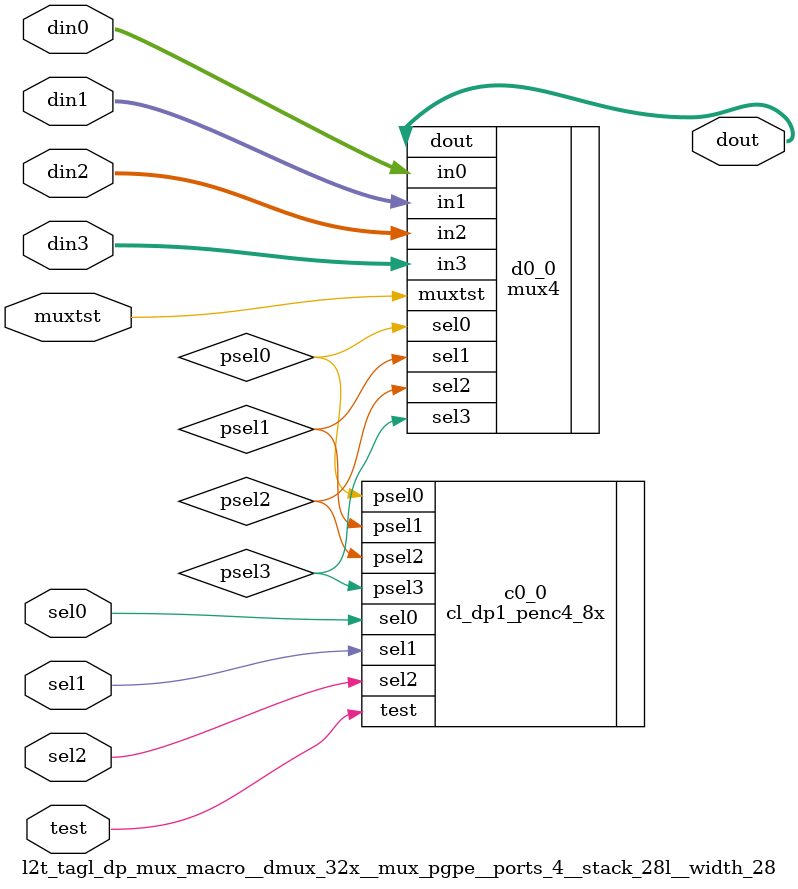
<source format=v>
`define ADDR_MAP_HI      39
`define ADDR_MAP_LO      32
`define IO_ADDR_BIT      39

`define DRAM_DATA_LO     8'h00
`define DRAM_DATA_HI     8'h7f

// IOP space
`define JBUS1            8'h80
`define HASH_TBL_NRAM_CSR 8'h81
`define RESERVED_1       8'h82
`define ENET_MAC_CSR     8'h83
`define ENET_ING_CSR     8'h84
`define ENET_EGR_CMD_CSR 8'h85
`define ENET_EGR_DP_CSR  8'h86
`define RESERVED_2_LO    8'h87
`define RESERVED_2_HI    8'h92
`define BSC_CSR          8'h93
`define RESERVED_3       8'h94
`define RAND_GEN_CSR     8'h95
`define CLOCK_UNIT_CSR   8'h96
`define DRAM_CSR         8'h97
`define IOB_MAN_CSR      8'h98
`define TAP_CSR          8'h99
`define RESERVED_4_L0    8'h9a
`define RESERVED_4_HI    8'h9d
`define CPU_ASI          8'h9e
`define IOB_INT_CSR      8'h9f

// L2 space
`define L2C_CSR_LO       8'ha0
`define L2C_CSR_HI       8'hbf

// More IOP space
`define JBUS2_LO         8'hc0
`define JBUS2_HI         8'hfe
`define SPI_CSR          8'hff


//Cache Crossbar Width and Field Defines
//======================================
`define	PCX_WIDTH	130  //PCX payload packet width , BS and SR 11/12/03 N2 Xbar Packet format change
`define	PCX_WIDTH_LESS1	129  //PCX payload packet width , BS and SR 11/12/03 N2 Xbar Packet format change
`define	CPX_WIDTH	146  //CPX payload packet width, BS and SR 11/12/03 N2 Xbar Packet format change
`define	CPX_WIDTH_LESS1	145  //CPX payload packet width, BS and SR 11/12/03 N2 Xbar Packet format change
`define	CPX_WIDTH11	134 
`define	CPX_WIDTH11c	134c
`define	CPX_WIDTHc	146c  //CPX payload packet width , BS and SR 11/12/03 N2 Xbar Packet format change

`define PCX_VLD         123  //PCX packet valid 
`define PCX_RQ_HI       122  //PCX request type field 
`define PCX_RQ_LO       118
`define PCX_NC          117  //PCX non-cacheable bit
`define PCX_R           117  //PCX read/!write bit 
`define PCX_CP_HI       116  //PCX cpu_id field
`define PCX_CP_LO       114
`define PCX_TH_HI       113  //PCX Thread field
`define PCX_TH_LO       112
`define PCX_BF_HI       111  //PCX buffer id field
`define PCX_INVALL      111
`define PCX_BF_LO       109
`define PCX_WY_HI       108  //PCX replaced L1 way field
`define PCX_WY_LO       107
`define PCX_P_HI        108  //PCX packet ID, 1st STQ - 10, 2nd - 01
`define PCX_P_LO        107
`define PCX_SZ_HI       106  //PCX load/store size field
`define PCX_SZ_LO       104
`define PCX_ERR_HI      106  //PCX error field
`define PCX_ERR_LO      104
`define PCX_AD_HI       103  //PCX address field
`define PCX_AD_LO        64
`define PCX_DA_HI        63  //PCX Store data
`define PCX_DA_LO         0  

`define PCX_SZ_1B    3'b000  // encoding for 1B access
`define PCX_SZ_2B    3'b001  // encoding for 2B access
`define PCX_SZ_4B    3'b010  // encoding for 4B access
`define PCX_SZ_8B    3'b011  // encoding for 8B access
`define PCX_SZ_16B   3'b100  // encoding for 16B access

`define CPX_VLD         145  //CPX payload packet valid

`define CPX_RQ_HI       144  //CPX Request type
`define CPX_RQ_LO       141
`define CPX_L2MISS      140
`define CPX_ERR_HI      140  //CPX error field
`define CPX_ERR_LO      138
`define CPX_NC          137  //CPX non-cacheable
`define CPX_R           137  //CPX read/!write bit
`define CPX_TH_HI       136  //CPX thread ID field 
`define CPX_TH_LO       134

//bits 133:128 are shared by different fields
//for different packet types.

`define CPX_IN_HI       133  //CPX Interrupt source 
`define CPX_IN_LO       128  

`define CPX_WYVLD       133  //CPX replaced way valid
`define CPX_WY_HI       132  //CPX replaced I$/D$ way
`define CPX_WY_LO       131
`define CPX_BF_HI       130  //CPX buffer ID field - 3 bits
`define CPX_BF_LO       128

`define CPX_SI_HI       132  //L1 set ID - PA[10:6]- 5 bits
`define CPX_SI_LO       128  //used for invalidates

`define CPX_P_HI        131  //CPX packet ID, 1st STQ - 10, 2nd - 01 
`define CPX_P_LO        130

`define CPX_ASI         130  //CPX forward request to ASI
`define CPX_IF4B        130
`define CPX_IINV        124
`define CPX_DINV        123
`define CPX_INVPA5      122
`define CPX_INVPA4      121
`define CPX_CPUID_HI    120
`define CPX_CPUID_LO    118
`define CPX_INV_PA_HI   116
`define CPX_INV_PA_LO   112
`define CPX_INV_IDX_HI   117
`define CPX_INV_IDX_LO   112

`define CPX_DA_HI       127  //CPX data payload
`define CPX_DA_LO         0

`define	LOAD_RQ		5'b00000
`define MMU_RQ          5'b01000 // BS and SR 11/12/03 N2 Xbar Packet format change
`define	IMISS_RQ	5'b10000
`define	STORE_RQ	5'b00001
`define	CAS1_RQ		5'b00010
`define	CAS2_RQ		5'b00011
`define	SWAP_RQ		5'b00111 
`define	STRLOAD_RQ	5'b00100
`define	STRST_RQ	5'b00101
`define STQ_RQ          5'b00111
`define INT_RQ          5'b01001
`define FWD_RQ          5'b01101
`define FWD_RPY         5'b01110
`define RSVD_RQ         5'b11111

`define LOAD_RET        4'b0000
`define INV_RET         4'b0011
`define ST_ACK          4'b0100
`define AT_ACK          4'b0011
`define INT_RET         4'b0111
`define TEST_RET        4'b0101
`define FP_RET          4'b1000
`define IFILL_RET       4'b0001
`define	EVICT_REQ	4'b0011
//`define INVAL_ACK       4'b1000
`define INVAL_ACK       4'b0100
`define	ERR_RET		4'b1100
`define STRLOAD_RET     4'b0010
`define STRST_ACK       4'b0110
`define FWD_RQ_RET      4'b1010
`define FWD_RPY_RET     4'b1011
`define RSVD_RET        4'b1111

//End cache crossbar defines


// Number of COS supported by EECU 
`define EECU_COS_NUM  	  2


// 
// BSC bus sizes
// =============
//

// General
`define BSC_ADDRESS      40
`define MAX_XFER_LEN     7'b0
`define XFER_LEN_WIDTH   6

// CTags
`define BSC_CTAG_SZ      12
`define EICU_CTAG_PRE    5'b11101
`define EICU_CTAG_REM    7
`define EIPU_CTAG_PRE    3'b011
`define EIPU_CTAG_REM    9
`define EECU_CTAG_PRE    8'b11010000
`define EECU_CTAG_REM    4
`define EEPU_CTAG_PRE    6'b010000
`define EEPU_CTAG_REM    6
`define L2C_CTAG_PRE     2'b00
`define L2C_CTAG_REM     10
`define JBI_CTAG_PRE     2'b10
`define JBI_CTAG_REM     10
// reinstated temporarily
`define PCI_CTAG_PRE     7'b1101100
`define PCI_CTAG_REM     5


// CoS
`define EICU_COS         1'b0
`define EIPU_COS         1'b1
`define EECU_COS         1'b0
`define EEPU_COS         1'b1
`define PCI_COS          1'b0

// L2$ Bank
`define BSC_L2_BNK_HI    8
`define BSC_L2_BNK_LO    6

// L2$ Req
`define BSC_L2_REQ_SZ   62
`define BSC_L2_REQ	`BSC_L2_REQ_SZ	// used by rams in L2 code
`define BSC_L2_BUS      64
`define BSC_L2_CTAG_HI  61
`define BSC_L2_CTAG_LO  50
`define BSC_L2_ADD_HI   49
`define BSC_L2_ADD_LO   10
`define BSC_L2_LEN_HI    9
`define BSC_L2_LEN_LO    3
`define BSC_L2_ALLOC     2
`define BSC_L2_COS       1
`define BSC_L2_READ      0   

// L2$ Ack
`define L2_BSC_ACK_SZ   16
`define L2_BSC_BUS      64
`define L2_BSC_CBA_HI   14    // CBA - Critical Byte Address
`define L2_BSC_CBA_LO   13
`define L2_BSC_READ     12
`define L2_BSC_CTAG_HI  11
`define L2_BSC_CTAG_LO   0

// Enet Egress Command Unit
`define EECU_REQ_BUS    44
`define EECU_REQ_SZ     44
`define EECU_R_QID_HI   43
`define EECU_R_QID_LO   40
`define EECU_R_ADD_HI   39
`define EECU_R_ADD_LO    0

`define EECU_ACK_BUS    64
`define EECU_ACK_SZ      5
`define EECU_A_NACK      4
`define EECU_A_QID_HI    3
`define EECU_A_QID_LO    0


// Enet Egress Packet Unit
`define EEPU_REQ_BUS    55
`define EEPU_REQ_SZ     55
`define EEPU_R_TLEN_HI  54
`define EEPU_R_TLEN_LO  48
`define EEPU_R_SOF      47
`define EEPU_R_EOF      46
`define EEPU_R_PORT_HI  45
`define EEPU_R_PORT_LO  44
`define EEPU_R_QID_HI   43
`define EEPU_R_QID_LO   40
`define EEPU_R_ADD_HI   39
`define EEPU_R_ADD_LO    0

// This is cleaved in between Egress Datapath Ack's
`define EEPU_ACK_BUS     6
`define EEPU_ACK_SZ      6
`define EEPU_A_EOF       5
`define EEPU_A_NACK      4
`define EEPU_A_QID_HI    3
`define EEPU_A_QID_LO    0


// Enet Egress Datapath
`define EEDP_ACK_BUS   128
`define EEDP_ACK_SZ     28
`define EEDP_A_NACK     27
`define EEDP_A_QID_HI   26
`define EEDP_A_QID_LO   21
`define EEDP_A_SOF      20
`define EEDP_A_EOF      19
`define EEDP_A_LEN_HI   18
`define EEDP_A_LEN_LO   12
`define EEDP_A_TAG_HI   11
`define EEDP_A_TAG_LO    0
`define EEDP_A_PORT_HI   5
`define EEDP_A_PORT_LO   4
`define EEDP_A_PORT_WIDTH 2


// In-Order / Ordered Queue: EEPU
// Tag is: TLEN, SOF, EOF, QID = 15
`define EEPU_TAG_ARY     (7+1+1+6)
`define EEPU_ENTRIES     16
`define EEPU_E_IDX        4
`define EEPU_PORTS        4
`define EEPU_P_IDX        2

// Nack + Tag Info + CTag
`define IOQ_TAG_ARY      (1+`EEPU_TAG_ARY+12)
`define EEPU_TAG_LOC     (`EEPU_P_IDX+`EEPU_E_IDX)


// ENET Ingress Queue Management Req
`define EICU_REQ_BUS     64 
`define EICU_REQ_SZ      62
`define EICU_R_CTAG_HI   61
`define EICU_R_CTAG_LO   50
`define EICU_R_ADD_HI    49
`define EICU_R_ADD_LO    10
`define EICU_R_LEN_HI     9
`define EICU_R_LEN_LO     3
`define EICU_R_COS        1
`define EICU_R_READ       0   


// ENET Ingress Queue Management Ack
`define EICU_ACK_BUS     64
`define EICU_ACK_SZ      14
`define EICU_A_NACK      13
`define EICU_A_READ      12
`define EICU_A_CTAG_HI   11
`define EICU_A_CTAG_LO    0


// Enet Ingress Packet Unit
`define EIPU_REQ_BUS    128 
`define EIPU_REQ_SZ      59
`define EIPU_R_CTAG_HI   58
`define EIPU_R_CTAG_LO   50
`define EIPU_R_ADD_HI    49
`define EIPU_R_ADD_LO    10
`define EIPU_R_LEN_HI     9
`define EIPU_R_LEN_LO     3
`define EIPU_R_COS        1
`define EIPU_R_READ       0   


// ENET Ingress Packet Unit Ack
`define EIPU_ACK_BUS      10
`define EIPU_ACK_SZ       10
`define EIPU_A_NACK       9
`define EIPU_A_CTAG_HI    8
`define EIPU_A_CTAG_LO    0


// In-Order / Ordered Queue: PCI
// Tag is: CTAG
`define PCI_TAG_ARY     12
`define PCI_ENTRIES     16
`define PCI_E_IDX        4
`define PCI_PORTS        2

// PCI-X Request
`define PCI_REQ_BUS      64
`define PCI_REQ_SZ       62
`define PCI_R_CTAG_HI    61
`define PCI_R_CTAG_LO    50
`define PCI_R_ADD_HI     49
`define PCI_R_ADD_LO     10
`define PCI_R_LEN_HI      9
`define PCI_R_LEN_LO      3
`define PCI_R_COS         1
`define PCI_R_READ        0

// PCI_X Acknowledge
`define PCI_ACK_BUS      64
`define PCI_ACK_SZ       14
`define PCI_A_NACK       13
`define PCI_A_READ       12 
`define PCI_A_CTAG_HI    11
`define PCI_A_CTAG_LO     0


`define BSC_MAX_REQ_SZ   62


//
// BSC array sizes
//================
//
`define BSC_REQ_ARY_INDEX        6
`define BSC_REQ_ARY_DEPTH       64
`define BSC_REQ_ARY_WIDTH       62
`define BSC_REQ_NXT_WIDTH       12
`define BSC_ACK_ARY_INDEX        6
`define BSC_ACK_ARY_DEPTH       64
`define BSC_ACK_ARY_WIDTH       14
`define BSC_ACK_NXT_WIDTH       12
`define BSC_PAY_ARY_INDEX        6
`define BSC_PAY_ARY_DEPTH       64
`define BSC_PAY_ARY_WIDTH      256

// ECC syndrome bits per memory element
`define BSC_PAY_ECC             10
`define BSC_PAY_MEM_WIDTH       (`BSC_PAY_ECC+`BSC_PAY_ARY_WIDTH)


//
// BSC Port Definitions
// ====================
//
// Bits 7 to 4 of curr_port_id
`define BSC_PORT_NULL       4'h0
`define BSC_PORT_SC         4'h1
`define BSC_PORT_EICU       4'h2
`define BSC_PORT_EIPU       4'h3
`define BSC_PORT_EECU       4'h4
`define BSC_PORT_EEPU       4'h8
`define BSC_PORT_PCI        4'h9

// Number of ports of each type
`define BSC_PORT_SC_CNT     8

// Bits needed to represent above
`define BSC_PORT_SC_IDX     3

// How wide the linked list pointers are
// 60b for no payload (2CoS)
// 80b for payload (2CoS)

//`define BSC_OBJ_PTR   80
//`define BSC_HD1_HI    69
//`define BSC_HD1_LO    60
//`define BSC_TL1_HI    59
//`define BSC_TL1_LO    50
//`define BSC_CT1_HI    49
//`define BSC_CT1_LO    40
//`define BSC_HD0_HI    29
//`define BSC_HD0_LO    20
//`define BSC_TL0_HI    19
//`define BSC_TL0_LO    10
//`define BSC_CT0_HI     9
//`define BSC_CT0_LO     0

`define BSC_OBJP_PTR  48
`define BSC_PYP1_HI   47
`define BSC_PYP1_LO   42
`define BSC_HDP1_HI   41
`define BSC_HDP1_LO   36
`define BSC_TLP1_HI   35
`define BSC_TLP1_LO   30
`define BSC_CTP1_HI   29
`define BSC_CTP1_LO   24
`define BSC_PYP0_HI   23
`define BSC_PYP0_LO   18
`define BSC_HDP0_HI   17
`define BSC_HDP0_LO   12
`define BSC_TLP0_HI   11
`define BSC_TLP0_LO    6
`define BSC_CTP0_HI    5
`define BSC_CTP0_LO    0

`define BSC_PTR_WIDTH     192
`define BSC_PTR_REQ_HI    191
`define BSC_PTR_REQ_LO    144
`define BSC_PTR_REQP_HI   143
`define BSC_PTR_REQP_LO    96
`define BSC_PTR_ACK_HI     95
`define BSC_PTR_ACK_LO     48
`define BSC_PTR_ACKP_HI    47
`define BSC_PTR_ACKP_LO     0

`define BSC_PORT_SC_PTR    96       // R, R+P
`define BSC_PORT_EECU_PTR  48       // A+P
`define BSC_PORT_EICU_PTR  96       // A, A+P
`define BSC_PORT_EIPU_PTR  48       // A

// I2C STATES in DRAMctl
`define I2C_CMD_NOP   4'b0000
`define I2C_CMD_START 4'b0001
`define I2C_CMD_STOP  4'b0010
`define I2C_CMD_WRITE 4'b0100
`define I2C_CMD_READ  4'b1000


//
// IOB defines
// ===========
//
`define IOB_ADDR_WIDTH       40
`define IOB_LOCAL_ADDR_WIDTH 32

`define IOB_CPU_INDEX         3
`define IOB_CPU_WIDTH         8
`define IOB_THR_INDEX         2
`define IOB_THR_WIDTH         4
`define IOB_CPUTHR_INDEX      5
`define IOB_CPUTHR_WIDTH     32

`define IOB_MONDO_DATA_INDEX  5
`define IOB_MONDO_DATA_DEPTH 32
`define IOB_MONDO_DATA_WIDTH 64
`define IOB_MONDO_SRC_WIDTH   5
`define IOB_MONDO_BUSY        5

`define IOB_INT_TAB_INDEX     6
`define IOB_INT_TAB_DEPTH    64 

`define IOB_INT_STAT_WIDTH   32
`define IOB_INT_STAT_HI      31
`define IOB_INT_STAT_LO       0

`define IOB_INT_VEC_WIDTH     6
`define IOB_INT_VEC_HI        5
`define IOB_INT_VEC_LO        0

`define IOB_INT_CPU_WIDTH     5
`define IOB_INT_CPU_HI       12 
`define IOB_INT_CPU_LO        8

`define IOB_INT_MASK          2
`define IOB_INT_CLEAR         1
`define IOB_INT_PEND          0

`define IOB_DISP_TYPE_HI     17
`define IOB_DISP_TYPE_LO     16
`define IOB_DISP_THR_HI      12
`define IOB_DISP_THR_LO       8
`define IOB_DISP_VEC_HI       5
`define IOB_DISP_VEC_LO       0

`define IOB_JBI_RESET         1
`define IOB_ENET_RESET        0

`define IOB_RESET_STAT_WIDTH  3
`define IOB_RESET_STAT_HI     3
`define IOB_RESET_STAT_LO     1

`define IOB_SERNUM_WIDTH     64

`define IOB_FUSE_WIDTH       22

`define IOB_TMSTAT_THERM     63

`define IOB_POR_TT            6'b01  // power-on-reset trap type

`define IOB_CPU_BUF_INDEX     4

`define IOB_INT_BUF_INDEX     4  
`define IOB_INT_BUF_WIDTH   153  // interrupt table read result buffer width

`define IOB_IO_BUF_INDEX      4
`define IOB_IO_BUF_WIDTH    153  // io-2-cpu return buffer width

`define IOB_L2_VIS_BUF_INDEX  5
`define IOB_L2_VIS_BUF_WIDTH 48  // l2 visibility buffer width

`define IOB_INT_AVEC_WIDTH   16  // availibility vector width
`define IOB_ACK_AVEC_WIDTH   16  // availibility vector width 

// fixme - double check address mapping
// CREG in `IOB_INT_CSR space
`define IOB_DEV_ADDR_MASK    32'hfffffe07
`define IOB_CREG_INTSTAT     32'h00000000
`define IOB_CREG_MDATA0      32'h00000400
`define IOB_CREG_MDATA1      32'h00000500
`define IOB_CREG_MBUSY       32'h00000900
`define IOB_THR_ADDR_MASK    32'hffffff07
`define IOB_CREG_MDATA0_ALIAS 32'h00000600
`define IOB_CREG_MDATA1_ALIAS 32'h00000700
`define IOB_CREG_MBUSY_ALIAS  32'h00000b00

// CREG in `IOB_MAN_CSR space
`define IOB_CREG_INTMAN      32'h00000000
`define IOB_CREG_INTCTL      32'h00000400
`define IOB_CREG_INTVECDISP  32'h00000800
`define IOB_CREG_RESETSTAT   32'h00000810
`define IOB_CREG_SERNUM      32'h00000820
`define IOB_CREG_TMSTATCTRL  32'h00000828
`define IOB_CREG_COREAVAIL   32'h00000830
`define IOB_CREG_SSYSRESET   32'h00000838
`define IOB_CREG_FUSESTAT    32'h00000840
`define IOB_CREG_JINTV       32'h00000a00

`define IOB_CREG_DBG_L2VIS_CTRL    32'h00001800 
`define IOB_CREG_DBG_L2VIS_MASKA   32'h00001820 
`define IOB_CREG_DBG_L2VIS_MASKB   32'h00001828 
`define IOB_CREG_DBG_L2VIS_CMPA    32'h00001830
`define IOB_CREG_DBG_L2VIS_CMPB    32'h00001838
`define IOB_CREG_DBG_L2VIS_TRIG    32'h00001840
`define IOB_CREG_DBG_IOBVIS_CTRL   32'h00001000
`define IOB_CREG_DBG_ENET_CTRL     32'h00002000
`define IOB_CREG_DBG_ENET_IDLEVAL  32'h00002008
`define IOB_CREG_DBG_JBUS_CTRL     32'h00002100
`define IOB_CREG_DBG_JBUS_LO_MASK0 32'h00002140
`define IOB_CREG_DBG_JBUS_LO_MASK1 32'h00002160
`define IOB_CREG_DBG_JBUS_LO_CMP0  32'h00002148
`define IOB_CREG_DBG_JBUS_LO_CMP1  32'h00002168
`define IOB_CREG_DBG_JBUS_LO_CNT0  32'h00002150
`define IOB_CREG_DBG_JBUS_LO_CNT1  32'h00002170
`define IOB_CREG_DBG_JBUS_HI_MASK0 32'h00002180
`define IOB_CREG_DBG_JBUS_HI_MASK1 32'h000021a0
`define IOB_CREG_DBG_JBUS_HI_CMP0  32'h00002188
`define IOB_CREG_DBG_JBUS_HI_CMP1  32'h000021a8
`define IOB_CREG_DBG_JBUS_HI_CNT0  32'h00002190
`define IOB_CREG_DBG_JBUS_HI_CNT1  32'h000021b0

`define IOB_CREG_TESTSTUB    32'h80000000

// Address map for TAP access of SPARC ASI
`define IOB_ASI_PC            4'b0000
`define IOB_ASI_BIST          4'b0001
`define IOB_ASI_MARGIN        4'b0010
`define IOB_ASI_DEFEATURE     4'b0011
`define IOB_ASI_L1DD          4'b0100
`define IOB_ASI_L1ID          4'b0101
`define IOB_ASI_L1DT          4'b0110

`define IOB_INT               2'b00
`define IOB_RESET             2'b01
`define IOB_IDLE              2'b10
`define IOB_RESUME            2'b11

//
// CIOP UCB Bus Width
// ==================
//
`define IOB_EECU_WIDTH       16  // ethernet egress command
`define EECU_IOB_WIDTH       16

`define IOB_NRAM_WIDTH       16  // NRAM (RLDRAM previously)
`define NRAM_IOB_WIDTH        4

`define IOB_JBI_WIDTH        16  // JBI
`define JBI_IOB_WIDTH        16 

`define IOB_ENET_ING_WIDTH   32  // ethernet ingress
`define ENET_ING_IOB_WIDTH    8

`define IOB_ENET_EGR_WIDTH    4  // ethernet egress
`define ENET_EGR_IOB_WIDTH    4

`define IOB_ENET_MAC_WIDTH    4  // ethernet MAC
`define ENET_MAC_IOB_WIDTH    4

`define IOB_DRAM_WIDTH        4  // DRAM controller
`define DRAM_IOB_WIDTH        4

`define IOB_BSC_WIDTH         4  // BSC
`define BSC_IOB_WIDTH         4

`define IOB_SPI_WIDTH         4  // SPI (Boot ROM)
`define SPI_IOB_WIDTH         4

`define IOB_CLK_WIDTH         4  // clk unit
`define CLK_IOB_WIDTH         4

`define IOB_CLSP_WIDTH        4  // clk spine unit
`define CLSP_IOB_WIDTH        4

`define IOB_TAP_WIDTH         8  // TAP
`define TAP_IOB_WIDTH         8


//
// CIOP UCB Buf ID Type
// ====================
//
`define UCB_BID_CMP          2'b00
`define UCB_BID_TAP          2'b01

//
// Interrupt Device ID
// ===================
//
// Caution: DUMMY_DEV_ID has to be 9 bit wide
//          for fields to line up properly in the IOB.
`define DUMMY_DEV_ID         9'h10   // 16
`define UNCOR_ECC_DEV_ID     7'd17   // 17

//
// Soft Error related definitions 
// ==============================
//
`define COR_ECC_CNT_WIDTH   16


//
// CMP clock
// =========
//

`define CMP_CLK_PERIOD   1333


//
// NRAM/IO Interface
// =================
//

`define DRAM_CLK_PERIOD  6000

`define NRAM_IO_DQ_WIDTH   32
`define IO_NRAM_DQ_WIDTH   32

`define NRAM_IO_ADDR_WIDTH 15
`define NRAM_IO_BA_WIDTH    2


//
// NRAM/ENET Interface
// ===================
//

`define NRAM_ENET_DATA_WIDTH 64
`define ENET_NRAM_ADDR_WIDTH 20

`define NRAM_DBG_DATA_WIDTH  40


//
// IO/FCRAM Interface
// ==================
//

`define FCRAM_DATA1_HI       63
`define FCRAM_DATA1_LO       32
`define FCRAM_DATA0_HI       31
`define FCRAM_DATA0_LO        0

//
// PCI Interface
// ==================
// Load/store size encodings
// -------------------------
// Size encoding
// 000 - byte
// 001 - half-word
// 010 - word
// 011 - double-word
// 100 - quad
`define LDST_SZ_BYTE        3'b000
`define LDST_SZ_HALF_WORD   3'b001
`define LDST_SZ_WORD        3'b010
`define LDST_SZ_DOUBLE_WORD 3'b011
`define LDST_SZ_QUAD        3'b100

//
// JBI<->SCTAG Interface
// =======================
// Outbound Header Format
`define JBI_BTU_OUT_ADDR_LO      0
`define JBI_BTU_OUT_ADDR_HI     42
`define JBI_BTU_OUT_RSV0_LO     43
`define JBI_BTU_OUT_RSV0_HI     43
`define JBI_BTU_OUT_TYPE_LO     44
`define JBI_BTU_OUT_TYPE_HI     48
`define JBI_BTU_OUT_RSV1_LO     49
`define JBI_BTU_OUT_RSV1_HI     51
`define JBI_BTU_OUT_REPLACE_LO  52
`define JBI_BTU_OUT_REPLACE_HI  56
`define JBI_BTU_OUT_RSV2_LO     57
`define JBI_BTU_OUT_RSV2_HI     59
`define JBI_BTU_OUT_BTU_ID_LO   60
`define JBI_BTU_OUT_BTU_ID_HI   71
`define JBI_BTU_OUT_DATA_RTN    72
`define JBI_BTU_OUT_RSV3_LO     73
`define JBI_BTU_OUT_RSV3_HI     75
`define JBI_BTU_OUT_CE          76
`define JBI_BTU_OUT_RSV4_LO     77
`define JBI_BTU_OUT_RSV4_HI     79
`define JBI_BTU_OUT_UE          80
`define JBI_BTU_OUT_RSV5_LO     81
`define JBI_BTU_OUT_RSV5_HI     83
`define JBI_BTU_OUT_DRAM        84
`define JBI_BTU_OUT_RSV6_LO     85
`define JBI_BTU_OUT_RSV6_HI    127

// Inbound Header Format
`define JBI_SCTAG_IN_ADDR_LO   0
`define JBI_SCTAG_IN_ADDR_HI  39
`define JBI_SCTAG_IN_SZ_LO    40
`define JBI_SCTAG_IN_SZ_HI    42
`define JBI_SCTAG_IN_RSV0     43
`define JBI_SCTAG_IN_TAG_LO   44
`define JBI_SCTAG_IN_TAG_HI   55
`define JBI_SCTAG_IN_REQ_LO   56
`define JBI_SCTAG_IN_REQ_HI   58
`define JBI_SCTAG_IN_POISON   59
`define JBI_SCTAG_IN_RSV1_LO  60
`define JBI_SCTAG_IN_RSV1_HI  63

`define JBI_SCTAG_REQ_WRI   3'b100
`define JBI_SCTAG_REQ_WR8   3'b010
`define JBI_SCTAG_REQ_RDD   3'b001
`define JBI_SCTAG_REQ_WRI_BIT 2
`define JBI_SCTAG_REQ_WR8_BIT 1
`define JBI_SCTAG_REQ_RDD_BIT 0

//
// JBI->IOB Mondo Header Format
// ============================
//
`define JBI_IOB_MONDO_RSV1_HI       15 // reserved 1
`define JBI_IOB_MONDO_RSV1_LO       13
`define JBI_IOB_MONDO_TRG_HI        12 // interrupt target
`define JBI_IOB_MONDO_TRG_LO         8 
`define JBI_IOB_MONDO_RSV0_HI        7 // reserved 0
`define JBI_IOB_MONDO_RSV0_LO        5
`define JBI_IOB_MONDO_SRC_HI         4 // interrupt source
`define JBI_IOB_MONDO_SRC_LO         0

`define JBI_IOB_MONDO_RSV1_WIDTH     3 
`define JBI_IOB_MONDO_TRG_WIDTH      5
`define JBI_IOB_MONDO_RSV0_WIDTH     3 
`define JBI_IOB_MONDO_SRC_WIDTH      5

// JBI->IOB Mondo Bus Width/Cycle
// ==============================
// Cycle  1 Header[15:8]
// Cycle  2 Header[ 7:0]
// Cycle  3 J_AD[127:120]
// Cycle  4 J_AD[119:112]
// .....
// Cycle 18 J_AD[  7:  0]
`define JBI_IOB_MONDO_BUS_WIDTH      8
`define JBI_IOB_MONDO_BUS_CYCLE     18 // 2 header + 16 data


 

`define	IQ_SIZE	8
`define	OQ_SIZE	12
`define	TAG_WIDTH	28
`define	TAG_WIDTH_LESS1	27
`define	TAG_WIDTHr	28r
`define	TAG_WIDTHc	28c
`define	TAG_WIDTH6	22
`define	TAG_WIDTH6r	22r
`define	TAG_WIDTH6c	22c


`define	MBD_WIDTH	106    // BS and SR 11/12/03 N2 Xbar Packet format change

// BS and SR 11/12/03 N2 Xbar Packet format change

`define	MBD_ECC_HI	105
`define	MBD_ECC_HI_PLUS1	106
`define	MBD_ECC_HI_PLUS5	110
`define	MBD_ECC_LO	100
`define	MBD_EVICT	99 
`define	MBD_DEP		98
`define	MBD_TECC	97
`define	MBD_ENTRY_HI	96
`define	MBD_ENTRY_LO	93

`define	MBD_POISON	92   
`define	MBD_RDMA_HI	91
`define	MBD_RDMA_LO	90
`define	MBD_RQ_HI	89
`define	MBD_RQ_LO	85
`define	MBD_NC		84
`define	MBD_RSVD	83
`define	MBD_CP_HI	82
`define	MBD_CP_LO	80
`define	MBD_TH_HI	79
`define	MBD_TH_LO	77
`define	MBD_BF_HI	76
`define	MBD_BF_LO	74
`define	MBD_WY_HI	73
`define	MBD_WY_LO	72
`define	MBD_SZ_HI	71
`define	MBD_SZ_LO	64
`define	MBD_DATA_HI	63
`define	MBD_DATA_LO	0

// BS and SR 11/12/03 N2 Xbar Packet format change
`define	L2_FBF		40
`define	L2_MBF		39
`define	L2_SNP		38
`define	L2_CTRUE	37
`define	L2_EVICT  	36
`define	L2_DEP		35
`define	L2_TECC		34
`define	L2_ENTRY_HI	33
`define	L2_ENTRY_LO	29

`define	L2_POISON	28
`define	L2_RDMA_HI	27
`define	L2_RDMA_LO	26
// BS and SR 11/12/03 N2 Xbar Packet format change , maps to bits [128:104] of PCXS packet , ther than RSVD bit
`define	L2_RQTYP_HI	25
`define	L2_RQTYP_LO	21
`define	L2_NC		20
`define	L2_RSVD		19
`define	L2_CPUID_HI	18
`define	L2_CPUID_LO	16
`define	L2_TID_HI	15	
`define	L2_TID_LO	13	
`define	L2_BUFID_HI     12	
`define	L2_BUFID_LO	10	
`define	L2_L1WY_HI	9
`define	L2_L1WY_LO	8
`define	L2_SZ_HI	7
`define	L2_SZ_LO	0


`define	ERR_MEU		63
`define	ERR_MEC		62
`define	ERR_RW		61
`define	ERR_ASYNC	60
`define	ERR_TID_HI	59 // PRM needs to change to reflect this : TID will be bits [59:54] instead of [58:54]
`define	ERR_TID_LO	54
`define	ERR_LDAC	53
`define	ERR_LDAU	52
`define	ERR_LDWC	51
`define	ERR_LDWU	50
`define	ERR_LDRC	49
`define	ERR_LDRU	48
`define	ERR_LDSC	47
`define	ERR_LDSU	46
`define	ERR_LTC		45
`define	ERR_LRU		44
`define	ERR_LVU		43
`define	ERR_DAC		42
`define	ERR_DAU		41
`define	ERR_DRC		40
`define	ERR_DRU		39
`define	ERR_DSC		38
`define	ERR_DSU		37
`define	ERR_VEC		36
`define	ERR_VEU		35
`define ERR_LVC         34
`define	ERR_SYN_HI	31
`define	ERR_SYN_LO	0



`define ERR_MEND	51
`define ERR_NDRW	50
`define ERR_NDSP	49
`define ERR_NDDM	48
`define ERR_NDVCID_HI   45
`define ERR_NDVCID_LO   40
`define ERR_NDADR_HI    39
`define ERR_NDADR_LO    4


//  Phase 2 : SIU Inteface and format change

`define	JBI_HDR_SZ	26 // BS and SR 11/12/03 N2 Xbar Packet format change
`define	JBI_HDR_SZ_LESS1	25 // BS and SR 11/12/03 N2 Xbar Packet format change
`define	JBI_HDR_SZ4     23	
`define	JBI_HDR_SZc	27c
`define	JBI_HDR_SZ4c    23c	

`define	JBI_ADDR_LO	0	
`define	JBI_ADDR_HI	7	
`define	JBI_SZ_LO	8	
`define	JBI_SZ_HI	15	
// `define	JBI_RSVD	16	NOt used
`define	JBI_CTAG_LO	16	
`define	JBI_CTAG_HI	23	
`define	JBI_RQ_RD	24	
`define	JBI_RQ_WR8	25	
`define	JBI_RQ_WR64	26	
`define JBI_OPES_LO	27	// 0 = 30, P=29, E=28, S=27
`define JBI_OPES_HI	30
`define	JBI_RQ_POISON	31	
`define	JBI_ENTRY_LO	32
`define	JBI_ENTRY_HI	33

//  Phase 2 : SIU Inteface and format change
// BS and SR 11/12/03 N2 Xbar Packet format change :
`define	JBINST_SZ_LO	0	
`define	JBINST_SZ_HI	7	
// `define	JBINST_RSVD	8 NOT used	
`define	JBINST_CTAG_LO	8	
`define	JBINST_CTAG_HI	15	
`define	JBINST_RQ_RD	16	
`define	JBINST_RQ_WR8	17	
`define	JBINST_RQ_WR64	18	
`define JBINST_OPES_LO  19	// 0 = 22, P=21, E=20, S=19
`define JBINST_OPES_HI  22
`define	JBINST_ENTRY_LO	23
`define	JBINST_ENTRY_HI	24
`define	JBINST_POISON   25


`define	ST_REQ_ST	1
`define	LD_REQ_ST	2
`define	IDLE	0


 
module l2t_tagl_dp (
  tcu_pce_ov, 
  tcu_aclk, 
  tcu_bclk, 
  tcu_scan_en, 
  tcu_clk_stop, 
  tcu_muxtest, 
  tcu_dectest, 
  way0_tag_c2, 
  way1_tag_c2, 
  way2_tag_c2, 
  way3_tag_c2, 
  way4_tag_c2, 
  way5_tag_c2, 
  way6_tag_c2, 
  way7_tag_c2, 
  l2clk, 
  scan_in, 
  scan_out, 
  tagl_parity_c2, 
  tagl_tag_quad0_c3, 
  tagl_tag_quad1_c3, 
  tagdp_quad0_muxsel_c3, 
  tagdp_quad1_muxsel_c3);
wire stop;
wire pce_ov;
wire siclk;
wire soclk;
wire se;
wire muxtst;
wire test;
wire ff_tag_way0_4_c3_scanin;
wire ff_tag_way0_4_c3_scanout;
wire ff_tag_way1_5_c3_scanin;
wire ff_tag_way1_5_c3_scanout;
wire ff_tag_way2_6_c3_scanin;
wire ff_tag_way2_6_c3_scanout;
wire ff_tag_way3_7_c3_scanin;
wire ff_tag_way3_7_c3_scanout;
 

 input tcu_pce_ov;
 input tcu_aclk;
 input tcu_bclk;
 input tcu_scan_en;
 input tcu_clk_stop;
 input tcu_muxtest;
 input tcu_dectest;
 
input	[`TAG_WIDTH-1:0] way0_tag_c2; // tag rd 
input	[`TAG_WIDTH-1:0] way1_tag_c2;// tag rd 
input	[`TAG_WIDTH-1:0] way2_tag_c2;// tag rd 
input	[`TAG_WIDTH-1:0] way3_tag_c2;// tag rd 
input	[`TAG_WIDTH-1:0] way4_tag_c2;// tag rd 
input	[`TAG_WIDTH-1:0] way5_tag_c2;// tag rd 
input	[`TAG_WIDTH-1:0] way6_tag_c2;// tag rd, BS & SR 10/28/03
input	[`TAG_WIDTH-1:0] way7_tag_c2;// tag rd, BS & SR 10/28/03
 
 
input		l2clk; 
input scan_in; 
 
output scan_out; 
 
output	[7:0]	tagl_parity_c2;  // BS & SR 10/28/03
output 	[`TAG_WIDTH-1:0] tagl_tag_quad0_c3; 
output 	[`TAG_WIDTH-1:0] tagl_tag_quad1_c3; 
 
 
input	[3:0]	tagdp_quad0_muxsel_c3;  // BS & SR 10/28/03
input	[3:0]	tagdp_quad1_muxsel_c3;  // BS & SR 10/28/03
 

assign stop = tcu_clk_stop;
assign pce_ov = tcu_pce_ov;
assign siclk = tcu_aclk;
assign soclk = tcu_bclk; 
assign se = tcu_scan_en;
assign muxtst = tcu_muxtest;
assign test = tcu_dectest;


//assign scan_out = 1'b0;

 
// All tag bits are staged into C3 
 
wire	[`TAG_WIDTH-1:0] way0_tag_c3; 
wire	[`TAG_WIDTH-1:0] way1_tag_c3; 
wire	[`TAG_WIDTH-1:0] way2_tag_c3; 
wire	[`TAG_WIDTH-1:0] way3_tag_c3; 
wire	[`TAG_WIDTH-1:0] way4_tag_c3; 
wire	[`TAG_WIDTH-1:0] way5_tag_c3; 
wire	[`TAG_WIDTH-1:0] way6_tag_c3;// BS & SR 10/28/03 
wire	[`TAG_WIDTH-1:0] way7_tag_c3;// BS & SR 10/28/03 
 
 
 
// This data path is 32 bits wide/ 
 
 
 
//zzpar32 p0_way0         ( .z(tagl_parity_c2[0]), .d({4'b0,way0_tag_c2[`TAG_WIDTH-1:0]})); 

l2t_tagl_dp_prty_macro__width_32  p0_way0  
	(
        .din	({4'b0,way0_tag_c2[`TAG_WIDTH-1:0]}),
        .dout	(tagl_parity_c2[0])
        );

 
l2t_tagl_dp_msff_macro__minbuff_1__stack_56c__width_56 ff_tag_way0_4_c3 
	(
	.scan_in(ff_tag_way0_4_c3_scanin),
	.scan_out(ff_tag_way0_4_c3_scanout),
	.din	({way0_tag_c2[`TAG_WIDTH-1:0],way4_tag_c2[`TAG_WIDTH-1:0]}), 
	.clk	(l2clk), 
	.dout	({way0_tag_c3[`TAG_WIDTH-1:0],way4_tag_c3[`TAG_WIDTH-1:0]}), 
	.en	(1'b1),
  .se(se),
  .siclk(siclk),
  .soclk(soclk),
  .pce_ov(pce_ov),
  .stop(stop) 
	
	

	); 
 
//zzpar32 p0_way1         ( .z(tagl_parity_c2[1]), .d({4'b0,way1_tag_c2[`TAG_WIDTH-1:0]})); 

l2t_tagl_dp_prty_macro__width_32 p0_way1  
	(
        .din	({4'b0,way1_tag_c2[`TAG_WIDTH-1:0]}),
        .dout	(tagl_parity_c2[1])
        );

 
//zzpar32 p0_way2         ( .z(tagl_parity_c2[2]), .d({4'b0,way2_tag_c2[`TAG_WIDTH-1:0]})); 

l2t_tagl_dp_prty_macro__width_32 p0_way2  
	(
        .din	({4'b0,way2_tag_c2[`TAG_WIDTH-1:0]}),
        .dout	(tagl_parity_c2[2])
        );

 
l2t_tagl_dp_msff_macro__minbuff_1__stack_56c__width_56 ff_tag_way1_5_c3 
         (
	.scan_in(ff_tag_way1_5_c3_scanin),
	.scan_out(ff_tag_way1_5_c3_scanout),
	.din	({way1_tag_c2[`TAG_WIDTH-1:0],way5_tag_c2[`TAG_WIDTH-1:0]}), 
	.clk 	(l2clk), 
	.dout	({way1_tag_c3[`TAG_WIDTH-1:0],way5_tag_c3[`TAG_WIDTH-1:0]}), 
	.en	(1'b1),
  .se(se),
  .siclk(siclk),
  .soclk(soclk),
  .pce_ov(pce_ov),
  .stop(stop) 
	
	

	); 
 
 
//zzpar32 p0_way3         ( .z(tagl_parity_c2[3]), .d({4'b0,way3_tag_c2[`TAG_WIDTH-1:0]})); 

l2t_tagl_dp_prty_macro__width_32 p0_way3  
	(
        .din	({4'b0,way3_tag_c2[`TAG_WIDTH-1:0]}),
        .dout	(tagl_parity_c2[3])
        );

 
//zzpar32 p0_way4         ( .z(tagl_parity_c2[4]), .d({4'b0,way4_tag_c2[`TAG_WIDTH-1:0]})); 

l2t_tagl_dp_prty_macro__width_32 p0_way4   
		(
                .din	({4'b0,way4_tag_c2[`TAG_WIDTH-1:0]}),
                .dout	(tagl_parity_c2[4])
                );

 
l2t_tagl_dp_msff_macro__minbuff_1__stack_56c__width_56 ff_tag_way2_6_c3 
		(
		.scan_in(ff_tag_way2_6_c3_scanin),
		.scan_out(ff_tag_way2_6_c3_scanout),
		.din	({way2_tag_c2[`TAG_WIDTH-1:0],way6_tag_c2[`TAG_WIDTH-1:0]}), 
		.clk	(l2clk), 
	        .dout	({way2_tag_c3[`TAG_WIDTH-1:0],way6_tag_c3[`TAG_WIDTH-1:0]}), 
		.en	(1'b1),
  .se(se),
  .siclk(siclk),
  .soclk(soclk),
  .pce_ov(pce_ov),
  .stop(stop) 
		
		

		); 
 
//zzpar32 p0_way5         ( .z(tagl_parity_c2[5]), .d({4'b0,way5_tag_c2[`TAG_WIDTH-1:0]})); 

l2t_tagl_dp_prty_macro__width_32 p0_way5   
		(
                .din	({4'b0,way5_tag_c2[`TAG_WIDTH-1:0]}),
                .dout	(tagl_parity_c2[5])
                );


// BS & SR 10/28/03
l2t_tagl_dp_prty_macro__width_32 p0_way6  
                (
                .din    ({4'b0,way6_tag_c2[`TAG_WIDTH-1:0]}),
                .dout   (tagl_parity_c2[6])
                );


l2t_tagl_dp_msff_macro__minbuff_1__stack_56c__width_56 ff_tag_way3_7_c3 
                (
                .scan_in(ff_tag_way3_7_c3_scanin),
                .scan_out(ff_tag_way3_7_c3_scanout),
                .din    ({way3_tag_c2[`TAG_WIDTH-1:0],way7_tag_c2[`TAG_WIDTH-1:0]}),
                .clk    (l2clk),
                .dout   ({way3_tag_c3[`TAG_WIDTH-1:0],way7_tag_c3[`TAG_WIDTH-1:0]}),
                .en     (1'b1),
  .se(se),
  .siclk(siclk),
  .soclk(soclk),
  .pce_ov(pce_ov),
  .stop(stop)
                
                

                );

l2t_tagl_dp_prty_macro__width_32 p0_way7  
                (
                .din    ({4'b0,way7_tag_c2[`TAG_WIDTH-1:0]}),
                .dout   (tagl_parity_c2[7])
                );


// BS & SR 10/28/03

l2t_tagl_dp_mux_macro__dmux_32x__mux_pgpe__ports_4__stack_28r__width_28 mux_tag_quad0   // ATPG CLEANUP
        (
        .dout   (tagl_tag_quad0_c3[`TAG_WIDTH-1:0]),
        .din0   (way0_tag_c3[`TAG_WIDTH-1:0]),
        .din1   (way1_tag_c3[`TAG_WIDTH-1:0]),
        .din2   (way2_tag_c3[`TAG_WIDTH-1:0]),
        .din3   (way3_tag_c3[`TAG_WIDTH-1:0]),
        .sel0   (tagdp_quad0_muxsel_c3[0]),
        .sel1   (tagdp_quad0_muxsel_c3[1]),
        .sel2   (tagdp_quad0_muxsel_c3[2]),
  .muxtst(muxtst),
  .test(test)
        );

l2t_tagl_dp_mux_macro__dmux_32x__mux_pgpe__ports_4__stack_28l__width_28 mux_tag_quad1   // ATPG CLEANUP
        (
        .dout   (tagl_tag_quad1_c3[`TAG_WIDTH-1:0]),
        .din0   (way4_tag_c3[`TAG_WIDTH-1:0]),
        .din1   (way5_tag_c3[`TAG_WIDTH-1:0]),
        .din2   (way6_tag_c3[`TAG_WIDTH-1:0]),
        .din3   (way7_tag_c3[`TAG_WIDTH-1:0]),
        .sel0   (tagdp_quad1_muxsel_c3[0]),
        .sel1   (tagdp_quad1_muxsel_c3[1]),
        .sel2   (tagdp_quad1_muxsel_c3[2]),
  .muxtst(muxtst),
  .test(test)
        );

 
 
// fixscan start:
assign ff_tag_way0_4_c3_scanin     = scan_in                  ;
assign ff_tag_way1_5_c3_scanin     = ff_tag_way0_4_c3_scanout   ;
assign ff_tag_way2_6_c3_scanin     = ff_tag_way1_5_c3_scanout   ;
assign ff_tag_way3_7_c3_scanin     = ff_tag_way2_6_c3_scanout   ;
assign scan_out                  = ff_tag_way3_7_c3_scanout   ;
// fixscan end:
endmodule 



//
//   parity macro (even parity)
//
//





module l2t_tagl_dp_prty_macro__width_32 (
  din, 
  dout);
  input [31:0] din;
  output dout;







prty #(32)  m0_0 (
.in(din[31:0]),
.out(dout)
);










endmodule









// any PARAMS parms go into naming of macro

module l2t_tagl_dp_msff_macro__minbuff_1__stack_56c__width_56 (
  din, 
  clk, 
  en, 
  se, 
  scan_in, 
  siclk, 
  soclk, 
  pce_ov, 
  stop, 
  dout, 
  scan_out);
wire l1clk;
wire siclk_out;
wire soclk_out;
wire [54:0] so;

  input [55:0] din;


  input clk;
  input en;
  input se;
  input scan_in;
  input siclk;
  input soclk;
  input pce_ov;
  input stop;



  output [55:0] dout;


  output scan_out;




cl_dp1_l1hdr_8x c0_0 (
.l2clk(clk),
.pce(en),
.aclk(siclk),
.bclk(soclk),
.l1clk(l1clk),
  .se(se),
  .pce_ov(pce_ov),
  .stop(stop),
  .siclk_out(siclk_out),
  .soclk_out(soclk_out)
);
dff #(56)  d0_0 (
.l1clk(l1clk),
.siclk(siclk_out),
.soclk(soclk_out),
.d(din[55:0]),
.si({scan_in,so[54:0]}),
.so({so[54:0],scan_out}),
.q(dout[55:0])
);




















endmodule









// general mux macro for pass-gate and and-or muxes with/wout priority encoders
// also for pass-gate with decoder





// any PARAMS parms go into naming of macro

module l2t_tagl_dp_mux_macro__dmux_32x__mux_pgpe__ports_4__stack_28r__width_28 (
  din0, 
  din1, 
  din2, 
  din3, 
  sel0, 
  sel1, 
  sel2, 
  muxtst, 
  test, 
  dout);
wire psel0;
wire psel1;
wire psel2;
wire psel3;

  input [27:0] din0;
  input [27:0] din1;
  input [27:0] din2;
  input [27:0] din3;
  input sel0;
  input sel1;
  input sel2;
  input muxtst;
  input test;
  output [27:0] dout;





cl_dp1_penc4_8x  c0_0 (
 .sel0(sel0),
 .sel1(sel1),
 .sel2(sel2),
 .psel0(psel0),
 .psel1(psel1),
 .psel2(psel2),
 .psel3(psel3),
  .test(test)
);

mux4 #(28)  d0_0 (
  .sel0(psel0),
  .sel1(psel1),
  .sel2(psel2),
  .sel3(psel3),
  .in0(din0[27:0]),
  .in1(din1[27:0]),
  .in2(din2[27:0]),
  .in3(din3[27:0]),
.dout(dout[27:0]),
  .muxtst(muxtst)
);









  



endmodule


// general mux macro for pass-gate and and-or muxes with/wout priority encoders
// also for pass-gate with decoder





// any PARAMS parms go into naming of macro

module l2t_tagl_dp_mux_macro__dmux_32x__mux_pgpe__ports_4__stack_28l__width_28 (
  din0, 
  din1, 
  din2, 
  din3, 
  sel0, 
  sel1, 
  sel2, 
  muxtst, 
  test, 
  dout);
wire psel0;
wire psel1;
wire psel2;
wire psel3;

  input [27:0] din0;
  input [27:0] din1;
  input [27:0] din2;
  input [27:0] din3;
  input sel0;
  input sel1;
  input sel2;
  input muxtst;
  input test;
  output [27:0] dout;





cl_dp1_penc4_8x  c0_0 (
 .sel0(sel0),
 .sel1(sel1),
 .sel2(sel2),
 .psel0(psel0),
 .psel1(psel1),
 .psel2(psel2),
 .psel3(psel3),
  .test(test)
);

mux4 #(28)  d0_0 (
  .sel0(psel0),
  .sel1(psel1),
  .sel2(psel2),
  .sel3(psel3),
  .in0(din0[27:0]),
  .in1(din1[27:0]),
  .in2(din2[27:0]),
  .in3(din3[27:0]),
.dout(dout[27:0]),
  .muxtst(muxtst)
);









  



endmodule


</source>
